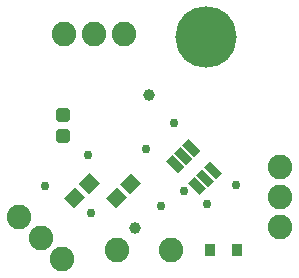
<source format=gbr>
G04 EAGLE Gerber RS-274X export*
G75*
%MOMM*%
%FSLAX34Y34*%
%LPD*%
%INSoldermask Top*%
%IPPOS*%
%AMOC8*
5,1,8,0,0,1.08239X$1,22.5*%
G01*
G04 Define Apertures*
%ADD10C,5.203200*%
%ADD11R,0.833200X1.033200*%
%ADD12C,0.505344*%
%ADD13R,0.753200X1.403200*%
%ADD14C,2.082800*%
%ADD15R,1.303200X1.203200*%
%ADD16C,0.753200*%
%ADD17C,1.003200*%
D10*
X175000Y205000D03*
D11*
X201500Y25000D03*
X178500Y25000D03*
D12*
X57490Y124720D02*
X50510Y124720D01*
X57490Y124720D02*
X57490Y117740D01*
X50510Y117740D01*
X50510Y124720D01*
X50510Y122540D02*
X57490Y122540D01*
X57490Y142260D02*
X50510Y142260D01*
X57490Y142260D02*
X57490Y135280D01*
X50510Y135280D01*
X50510Y142260D01*
X50510Y140080D02*
X57490Y140080D01*
D13*
G36*
X154901Y113208D02*
X160227Y118534D01*
X170149Y108612D01*
X164823Y103286D01*
X154901Y113208D01*
G37*
G36*
X148184Y106490D02*
X153510Y111816D01*
X163432Y101894D01*
X158106Y96568D01*
X148184Y106490D01*
G37*
G36*
X141466Y99773D02*
X146792Y105099D01*
X156714Y95177D01*
X151388Y89851D01*
X141466Y99773D01*
G37*
G36*
X159851Y81388D02*
X165177Y86714D01*
X175099Y76792D01*
X169773Y71466D01*
X159851Y81388D01*
G37*
G36*
X173286Y94823D02*
X178612Y100149D01*
X188534Y90227D01*
X183208Y84901D01*
X173286Y94823D01*
G37*
G36*
X166568Y88106D02*
X171894Y93432D01*
X181816Y83510D01*
X176490Y78184D01*
X166568Y88106D01*
G37*
D14*
X145000Y25000D03*
X100000Y25000D03*
X54600Y207500D03*
X80000Y207500D03*
X105400Y207500D03*
X237500Y95400D03*
X237500Y70000D03*
X237500Y44600D03*
D15*
G36*
X102149Y80657D02*
X111363Y89871D01*
X119871Y81363D01*
X110657Y72149D01*
X102149Y80657D01*
G37*
G36*
X90129Y68637D02*
X99343Y77851D01*
X107851Y69343D01*
X98637Y60129D01*
X90129Y68637D01*
G37*
G36*
X67149Y80657D02*
X76363Y89871D01*
X84871Y81363D01*
X75657Y72149D01*
X67149Y80657D01*
G37*
G36*
X55129Y68637D02*
X64343Y77851D01*
X72851Y69343D01*
X63637Y60129D01*
X55129Y68637D01*
G37*
D14*
X52961Y17039D03*
X35000Y35000D03*
X17039Y52961D03*
D16*
X137000Y62000D03*
X75000Y105000D03*
D17*
X127000Y156000D03*
X115000Y43000D03*
D16*
X78000Y56000D03*
X200000Y80000D03*
X156000Y75000D03*
X176000Y64000D03*
X124000Y110000D03*
X39000Y79000D03*
X148000Y132000D03*
M02*

</source>
